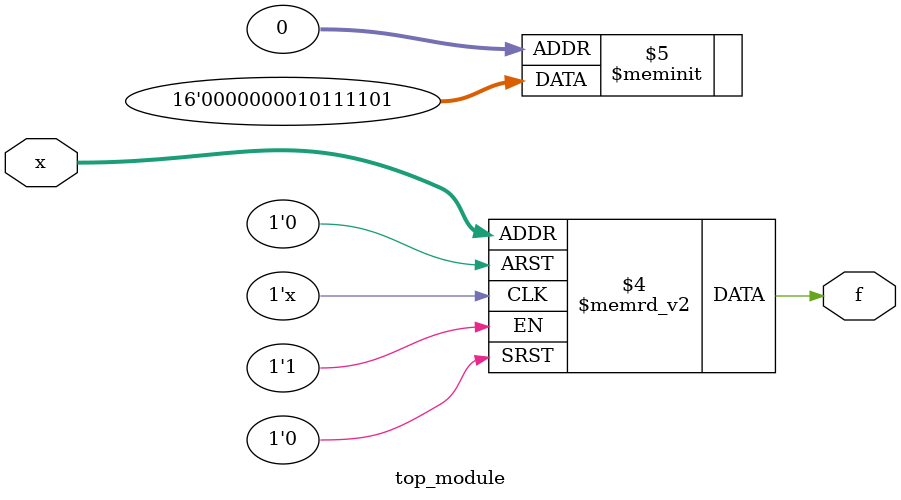
<source format=sv>
module top_module (
	input [4:1] x,
	output logic f
);

	always_comb begin
		case (x)
			4'b0000: f = 1;
			4'b0001: f = 0;
			4'b0011: f = 1;
			4'b0010: f = 1;
			4'b0110: f = 0;
			4'b0100: f = 1;
			4'b0111: f = 1;
			4'b0101: f = 1;
			4'b1111: f = 0;
			default: f = 0;
		endcase
	end

endmodule

</source>
